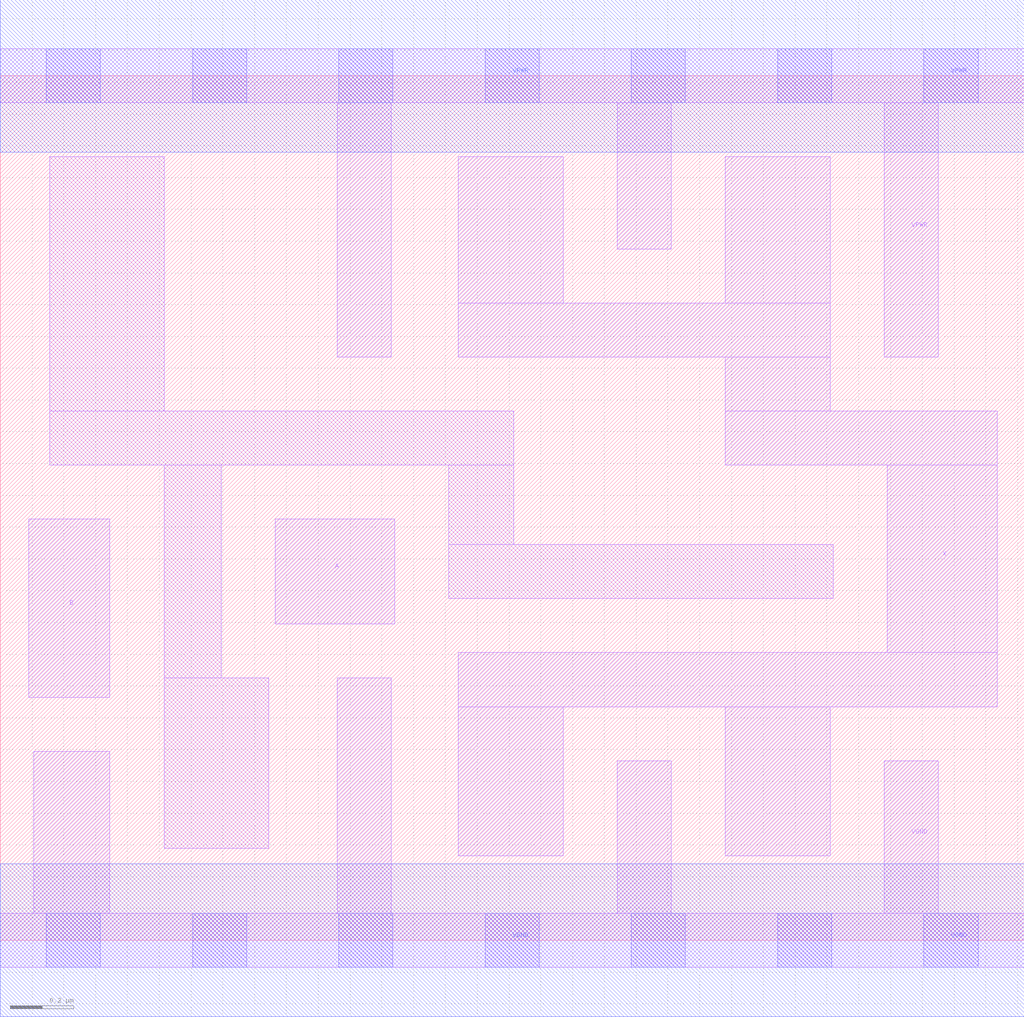
<source format=lef>
# Copyright 2020 The SkyWater PDK Authors
#
# Licensed under the Apache License, Version 2.0 (the "License");
# you may not use this file except in compliance with the License.
# You may obtain a copy of the License at
#
#     https://www.apache.org/licenses/LICENSE-2.0
#
# Unless required by applicable law or agreed to in writing, software
# distributed under the License is distributed on an "AS IS" BASIS,
# WITHOUT WARRANTIES OR CONDITIONS OF ANY KIND, either express or implied.
# See the License for the specific language governing permissions and
# limitations under the License.
#
# SPDX-License-Identifier: Apache-2.0

VERSION 5.7 ;
  NAMESCASESENSITIVE ON ;
  NOWIREEXTENSIONATPIN ON ;
  DIVIDERCHAR "/" ;
  BUSBITCHARS "[]" ;
UNITS
  DATABASE MICRONS 200 ;
END UNITS
MACRO sky130_fd_sc_hd__or2_4
  CLASS CORE ;
  SOURCE USER ;
  FOREIGN sky130_fd_sc_hd__or2_4 ;
  ORIGIN  0.000000  0.000000 ;
  SIZE  3.220000 BY  2.720000 ;
  SYMMETRY X Y R90 ;
  SITE unithd ;
  PIN A
    ANTENNAGATEAREA  0.247500 ;
    DIRECTION INPUT ;
    USE SIGNAL ;
    PORT
      LAYER li1 ;
        RECT 0.865000 0.995000 1.240000 1.325000 ;
    END
  END A
  PIN B
    ANTENNAGATEAREA  0.247500 ;
    DIRECTION INPUT ;
    USE SIGNAL ;
    PORT
      LAYER li1 ;
        RECT 0.090000 0.765000 0.345000 1.325000 ;
    END
  END B
  PIN X
    ANTENNADIFFAREA  0.891000 ;
    DIRECTION OUTPUT ;
    USE SIGNAL ;
    PORT
      LAYER li1 ;
        RECT 1.440000 0.265000 1.770000 0.735000 ;
        RECT 1.440000 0.735000 3.135000 0.905000 ;
        RECT 1.440000 1.835000 2.610000 2.005000 ;
        RECT 1.440000 2.005000 1.770000 2.465000 ;
        RECT 2.280000 0.265000 2.610000 0.735000 ;
        RECT 2.280000 1.495000 3.135000 1.665000 ;
        RECT 2.280000 1.665000 2.610000 1.835000 ;
        RECT 2.280000 2.005000 2.610000 2.465000 ;
        RECT 2.790000 0.905000 3.135000 1.495000 ;
    END
  END X
  PIN VGND
    DIRECTION INOUT ;
    SHAPE ABUTMENT ;
    USE GROUND ;
    PORT
      LAYER li1 ;
        RECT 0.000000 -0.085000 3.220000 0.085000 ;
        RECT 0.105000  0.085000 0.345000 0.595000 ;
        RECT 1.060000  0.085000 1.230000 0.825000 ;
        RECT 1.940000  0.085000 2.110000 0.565000 ;
        RECT 2.780000  0.085000 2.950000 0.565000 ;
      LAYER mcon ;
        RECT 0.145000 -0.085000 0.315000 0.085000 ;
        RECT 0.605000 -0.085000 0.775000 0.085000 ;
        RECT 1.065000 -0.085000 1.235000 0.085000 ;
        RECT 1.525000 -0.085000 1.695000 0.085000 ;
        RECT 1.985000 -0.085000 2.155000 0.085000 ;
        RECT 2.445000 -0.085000 2.615000 0.085000 ;
        RECT 2.905000 -0.085000 3.075000 0.085000 ;
      LAYER met1 ;
        RECT 0.000000 -0.240000 3.220000 0.240000 ;
    END
  END VGND
  PIN VPWR
    DIRECTION INOUT ;
    SHAPE ABUTMENT ;
    USE POWER ;
    PORT
      LAYER li1 ;
        RECT 0.000000 2.635000 3.220000 2.805000 ;
        RECT 1.060000 1.835000 1.230000 2.635000 ;
        RECT 1.940000 2.175000 2.110000 2.635000 ;
        RECT 2.780000 1.835000 2.950000 2.635000 ;
      LAYER mcon ;
        RECT 0.145000 2.635000 0.315000 2.805000 ;
        RECT 0.605000 2.635000 0.775000 2.805000 ;
        RECT 1.065000 2.635000 1.235000 2.805000 ;
        RECT 1.525000 2.635000 1.695000 2.805000 ;
        RECT 1.985000 2.635000 2.155000 2.805000 ;
        RECT 2.445000 2.635000 2.615000 2.805000 ;
        RECT 2.905000 2.635000 3.075000 2.805000 ;
      LAYER met1 ;
        RECT 0.000000 2.480000 3.220000 2.960000 ;
    END
  END VPWR
  OBS
    LAYER li1 ;
      RECT 0.155000 1.495000 1.615000 1.665000 ;
      RECT 0.155000 1.665000 0.515000 2.465000 ;
      RECT 0.515000 0.290000 0.845000 0.825000 ;
      RECT 0.515000 0.825000 0.695000 1.495000 ;
      RECT 1.410000 1.075000 2.620000 1.245000 ;
      RECT 1.410000 1.245000 1.615000 1.495000 ;
  END
END sky130_fd_sc_hd__or2_4
END LIBRARY

</source>
